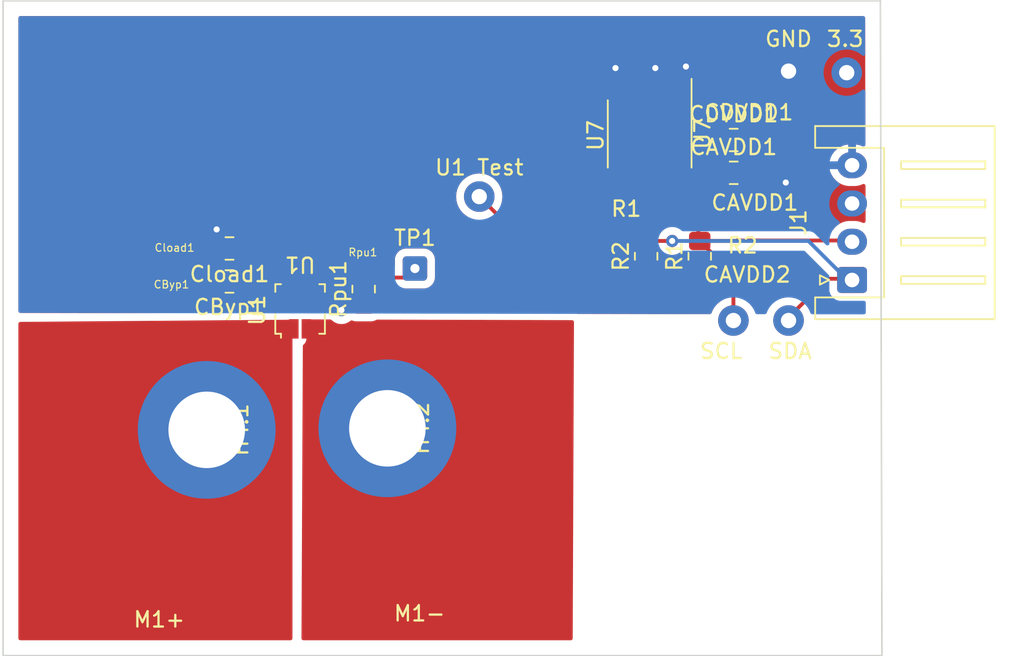
<source format=kicad_pcb>
(kicad_pcb (version 20211014) (generator pcbnew)
  (layers (0 "F.Cu" signal) (31 "B.Cu" signal) (34 "B.Paste" user) (35 "F.Paste" user) (36 "B.SilkS" user "B.Silkscreen") (37 "F.SilkS" user "F.Silkscreen") (38 "B.Mask" user) (39 "F.Mask" user) (44 "Edge.Cuts" user))
  (net 0 "")
  (net 1 "+3.3V")
  (net 2 "Earth")
  (net 3 "Net-(U7-Pad11)")
  (net 4 "/M1-")
  (net 5 "Net-(Rpu1-Pad2)")
  (net 10 "Net-(J1-Pad1)")
  (net 11 "Net-(J1-Pad2)")
  (net 13 "/M1+")
  (footprint "Package_SO:TSSOP-16_4.4x5mm_P0.65mm" (layer "F.Cu") (at 227.33 52.705 -90)
    (fp_text reference "U7" (at 0 -3.45 -270) (layer "F.SilkS"))
    (fp_text value "ADS1119IPWR")
    (fp_line (start 0 2.735) (end -2.2 2.735) (layer "F.SilkS") (width 0.12))
    (fp_line (start 0 -2.735) (end 2.2 -2.735) (layer "F.SilkS") (width 0.12))
    (fp_line (start 0 2.735) (end 2.2 2.735) (layer "F.SilkS") (width 0.12))
    (fp_line (start 0 -2.735) (end -3.6 -2.735) (layer "F.SilkS") (width 0.12))
    (pad "1" smd roundrect (at -2.8625 -2.275 270) (size 1.475 0.4) (layers "F.Cu" "F.Paste" "F.Mask") (net 2 "Earth"))
    (pad "2" smd roundrect (at -2.8625 -1.625 270) (size 1.475 0.4) (layers "F.Cu" "F.Paste" "F.Mask") (net 2 "Earth"))
    (pad "3" smd roundrect (at -2.8625 -0.975 270) (size 1.475 0.4) (layers "F.Cu" "F.Paste" "F.Mask") (net 1 "+3.3V"))
    (pad "4" smd roundrect (at -2.8625 -0.325 270) (size 1.475 0.4) (layers "F.Cu" "F.Paste" "F.Mask") (net 2 "Earth"))
    (pad "5" smd roundrect (at -2.8625 0.325 270) (size 1.475 0.4) (layers "F.Cu" "F.Paste" "F.Mask") (net 2 "Earth"))
    (pad "6" smd roundrect (at -2.8625 0.975 270) (size 1.475 0.4) (layers "F.Cu" "F.Paste" "F.Mask"))
    (pad "7" smd roundrect (at -2.8625 1.625 270) (size 1.475 0.4) (layers "F.Cu" "F.Paste" "F.Mask"))
    (pad "8" smd roundrect (at -2.8625 2.275 270) (size 1.475 0.4) (layers "F.Cu" "F.Paste" "F.Mask") (net 2 "Earth"))
    (pad "9" smd roundrect (at 2.8625 2.275 270) (size 1.475 0.4) (layers "F.Cu" "F.Paste" "F.Mask") (net 1 "+3.3V"))
    (pad "10" smd roundrect (at 2.8625 1.625 270) (size 1.475 0.4) (layers "F.Cu" "F.Paste" "F.Mask"))
    (pad "11" smd roundrect (at 2.8625 0.975 270) (size 1.475 0.4) (layers "F.Cu" "F.Paste" "F.Mask") (net 3 "Net-(U7-Pad11)"))
    (pad "12" smd roundrect (at 2.8625 0.325 270) (size 1.475 0.4) (layers "F.Cu" "F.Paste" "F.Mask") (net 1 "+3.3V"))
    (pad "13" smd roundrect (at 2.8625 -0.325 270) (size 1.475 0.4) (layers "F.Cu" "F.Paste" "F.Mask") (net 1 "+3.3V"))
    (pad "14" smd roundrect (at 2.8625 -0.975 270) (size 1.475 0.4) (layers "F.Cu" "F.Paste" "F.Mask"))
    (pad "15" smd roundrect (at 2.8625 -1.625 270) (size 1.475 0.4) (layers "F.Cu" "F.Paste" "F.Mask") (net 10 "Net-(J1-Pad1)"))
    (pad "16" smd roundrect (at 2.8625 -2.275 270) (size 1.475 0.4) (layers "F.Cu" "F.Paste" "F.Mask") (net 11 "Net-(J1-Pad2)"))
  )
  (footprint "Capacitor_SMD:C_0805_2012Metric_Pad1.18x1.45mm_HandSolder" (layer "F.Cu") (at 232.8175 53.1)
    (fp_text reference "CDVDD1" (at 0 -1.68) (layer "F.SilkS"))
    (fp_text value "0.1")
    (fp_line (start -0.261252 0.735) (end 0.261252 0.735) (layer "F.SilkS") (width 0.12))
    (fp_line (start -0.261252 -0.735) (end 0.261252 -0.735) (layer "F.SilkS") (width 0.12))
    (pad "1" smd roundrect (at -1.0375 0) (size 1.175 1.45) (layers "F.Cu" "F.Paste" "F.Mask") (roundrect_rratio 0.2127659574) (net 1 "+3.3V"))
    (pad "2" smd roundrect (at 1.0375 0) (size 1.175 1.45) (layers "F.Cu" "F.Paste" "F.Mask") (roundrect_rratio 0.2127659574) (net 2 "Earth"))
  )
  (footprint "Resistor_SMD:R_0805_2012Metric_Pad1.20x1.40mm_HandSolder" (layer "F.Cu") (at 230.6 60.7 90)
    (fp_text reference "R1" (at 0 -1.65 90) (layer "F.SilkS"))
    (fp_text value "4.7k")
    (fp_line (start -0.227064 -0.735) (end 0.227064 -0.735) (layer "F.SilkS") (width 0.12))
    (fp_line (start -0.227064 0.735) (end 0.227064 0.735) (layer "F.SilkS") (width 0.12))
    (pad "1" smd roundrect (at -1 0 90) (size 1.2 1.4) (layers "F.Cu" "F.Paste" "F.Mask") (roundrect_rratio 0.2083333333) (net 1 "+3.3V"))
    (pad "2" smd roundrect (at 1 0 90) (size 1.2 1.4) (layers "F.Cu" "F.Paste" "F.Mask") (roundrect_rratio 0.2083333333) (net 11 "Net-(J1-Pad2)"))
  )
  (footprint "Resistor_SMD:R_0805_2012Metric_Pad1.20x1.40mm_HandSolder" (layer "F.Cu") (at 208.65 62.8452 90)
    (fp_text reference "Rpu1" (at 0 -1.65 90) (layer "F.SilkS"))
    (fp_text value "4.7k")
    (fp_line (start -0.227064 0.735) (end 0.227064 0.735) (layer "F.SilkS") (width 0.12))
    (fp_line (start -0.227064 -0.735) (end 0.227064 -0.735) (layer "F.SilkS") (width 0.12))
    (pad "1" smd roundrect (at -1 0 90) (size 1.2 1.4) (layers "F.Cu" "F.Paste" "F.Mask") (roundrect_rratio 0.2083333333) (net 1 "+3.3V"))
    (pad "2" smd roundrect (at 1 0 90) (size 1.2 1.4) (layers "F.Cu" "F.Paste" "F.Mask") (roundrect_rratio 0.2083333333) (net 5 "Net-(Rpu1-Pad2)"))
  )
  (footprint "Connector_Wire:SolderWire-0.1sqmm_1x01_D0.4mm_OD1mm" (layer "F.Cu") (at 212 61.5)
    (fp_text reference "TP1" (at 0 -2) (layer "F.SilkS"))
    (fp_text value "Fault 1")
    (pad "1" thru_hole roundrect (at 0 0) (size 1.6 1.6) (drill 0.6) (layers *.Cu *.Mask) (roundrect_rratio 0.15625) (net 5 "Net-(Rpu1-Pad2)"))
  )
  (footprint "Capacitor_SMD:C_0805_2012Metric_Pad1.18x1.45mm_HandSolder" (layer "F.Cu") (at 232.8175 55.245)
    (fp_text reference "CAVDD1" (at 0 -1.68) (layer "F.SilkS"))
    (fp_text value "0.1")
    (fp_line (start -0.261252 -0.735) (end 0.261252 -0.735) (layer "F.SilkS") (width 0.12))
    (fp_line (start -0.261252 0.735) (end 0.261252 0.735) (layer "F.SilkS") (width 0.12))
    (pad "1" smd roundrect (at -1.0375 0) (size 1.175 1.45) (layers "F.Cu" "F.Paste" "F.Mask") (roundrect_rratio 0.2127659574) (net 1 "+3.3V"))
    (pad "2" smd roundrect (at 1.0375 0) (size 1.175 1.45) (layers "F.Cu" "F.Paste" "F.Mask") (roundrect_rratio 0.2127659574) (net 2 "Earth"))
  )
  (footprint "Resistor_SMD:R_0805_2012Metric_Pad1.20x1.40mm_HandSolder" (layer "F.Cu") (at 227.1 60.7 90)
    (fp_text reference "R2" (at 0 -1.65 90) (layer "F.SilkS"))
    (fp_text value "4.7k")
    (fp_line (start -0.227064 -0.735) (end 0.227064 -0.735) (layer "F.SilkS") (width 0.12))
    (fp_line (start -0.227064 0.735) (end 0.227064 0.735) (layer "F.SilkS") (width 0.12))
    (pad "1" smd roundrect (at -1 0 90) (size 1.2 1.4) (layers "F.Cu" "F.Paste" "F.Mask") (roundrect_rratio 0.2083333333) (net 1 "+3.3V"))
    (pad "2" smd roundrect (at 1 0 90) (size 1.2 1.4) (layers "F.Cu" "F.Paste" "F.Mask") (roundrect_rratio 0.2083333333) (net 10 "Net-(J1-Pad1)"))
  )
  (footprint "Sensor_Current:Allegro_QFN-12-10-1EP_3x3mm_P0.5mm" (layer "F.Cu") (at 204.5 64.2252 90)
    (fp_text reference "U1" (at 0 -2.8 90) (layer "F.SilkS"))
    (fp_text value "ACS711xEXLT-31AB")
    (fp_line (start 1.7 -1.62) (end 1.2 -1.62) (layer "F.SilkS") (width 0.12))
    (fp_line (start -1.54 1.25) (end -1.54 1.62) (layer "F.SilkS") (width 0.12))
    (fp_line (start 1.7 1.25) (end 1.7 1.62) (layer "F.SilkS") (width 0.12))
    (fp_line (start -1.54 -1.25) (end -1.8 -1.25) (layer "F.SilkS") (width 0.12))
    (fp_line (start 1.7 1.62) (end 1.2 1.62) (layer "F.SilkS") (width 0.12))
    (fp_line (start -1.54 -1.62) (end -1.54 -1.25) (layer "F.SilkS") (width 0.12))
    (fp_line (start 1.7 -1.62) (end 1.7 -1.25) (layer "F.SilkS") (width 0.12))
    (fp_line (start -1.54 -1.62) (end -0.25 -1.62) (layer "F.SilkS") (width 0.12))
    (fp_line (start -1.54 1.62) (end -0.25 1.62) (layer "F.SilkS") (width 0.12))
    (pad "1" smd rect (at -0.785 -0.7 135) (size 0.2828 0.2828) (layers "F.Cu" "F.Paste" "F.Mask") (net 13 "/M1+"))
    (pad "1" smd rect (at -0.685 -0.4 90) (size 0.2 0.6) (layers "F.Cu" "F.Paste" "F.Mask") (net 13 "/M1+"))
    (pad "1" smd rect (at -1.32 -0.5 90) (size 1.07 0.8) (layers "F.Cu" "F.Paste" "F.Mask") (net 13 "/M1+"))
    (pad "2" smd rect (at -0.785 0.7 135) (size 0.2828 0.2828) (layers "F.Cu" "F.Paste" "F.Mask") (net 4 "/M1-"))
    (pad "2" smd rect (at -0.685 0.4 90) (size 0.2 0.6) (layers "F.Cu" "F.Paste" "F.Mask") (net 4 "/M1-"))
    (pad "2" smd rect (at -1.32 0.5 90) (size 1.07 0.8) (layers "F.Cu" "F.Paste" "F.Mask") (net 4 "/M1-"))
    (pad "3" smd rect (at 0.23 1.45 90) (size 0.3 0.85) (layers "F.Cu" "F.Paste" "F.Mask") (net 2 "Earth"))
    (pad "4" smd rect (at 0.73 1.45 90) (size 0.3 0.85) (layers "F.Cu" "F.Paste" "F.Mask") (net 5 "Net-(Rpu1-Pad2)"))
    (pad "5" smd rect (at 1.43 0.75 90) (size 0.85 0.3) (layers "F.Cu" "F.Paste" "F.Mask"))
    (pad "6" smd rect (at 1.43 0.25 90) (size 0.85 0.3) (layers "F.Cu" "F.Paste" "F.Mask"))
    (pad "7" smd rect (at 1.43 -0.25 90) (size 0.85 0.3) (layers "F.Cu" "F.Paste" "F.Mask"))
    (pad "8" smd rect (at 1.43 -0.75 90) (size 0.85 0.3) (layers "F.Cu" "F.Paste" "F.Mask"))
    (pad "9" smd rect (at 0.73 -1.45 90) (size 0.3 0.85) (layers "F.Cu" "F.Paste" "F.Mask") (net 3 "Net-(U7-Pad11)"))
    (pad "10" smd rect (at 0.23 -1.45 90) (size 0.3 0.85) (layers "F.Cu" "F.Paste" "F.Mask") (net 1 "+3.3V"))
  )
  (footprint "Capacitor_SMD:C_0805_2012Metric_Pad1.18x1.45mm_HandSolder" (layer "F.Cu") (at 199.8875 60.1902 180)
    (fp_text reference "Cload1" (at 0 -1.68 180) (layer "F.SilkS"))
    (fp_text value "0.1")
    (fp_line (start -0.261252 -0.735) (end 0.261252 -0.735) (layer "F.SilkS") (width 0.12))
    (fp_line (start -0.261252 0.735) (end 0.261252 0.735) (layer "F.SilkS") (width 0.12))
    (pad "1" smd roundrect (at -1.0375 0 180) (size 1.175 1.45) (layers "F.Cu" "F.Paste" "F.Mask") (roundrect_rratio 0.2127659574) (net 3 "Net-(U7-Pad11)"))
    (pad "2" smd roundrect (at 1.0375 0 180) (size 1.175 1.45) (layers "F.Cu" "F.Paste" "F.Mask") (roundrect_rratio 0.2127659574) (net 2 "Earth"))
  )
  (footprint "Connector_Wire:SolderWire-0.25sqmm_1x01_D0.65mm_OD2mm" (layer "F.Cu") (at 198.4 72.0452 -90)
    (fp_text reference "H4.1" (at 0 -2.2 90) (layer "F.SilkS"))
    (fp_text value "I+ Pad")
    (pad "1" thru_hole circle (at 0 0 270) (size 9 9) (drill 5) (layers *.Cu *.Mask) (net 13 "/M1+"))
  )
  (footprint "Connector_JST:JST_XH_S4B-XH-A_1x04_P2.50mm_Horizontal" (layer "F.Cu") (at 240.55 62.25 90)
    (fp_text reference "J1" (at 3.75 -3.5 90) (layer "F.SilkS"))
    (fp_text value "Conn_01x04")
    (fp_line (start 2.75 3.2) (end 2.25 3.2) (layer "F.SilkS") (width 0.12))
    (fp_line (start 8.64 2.09) (end 3.75 2.09) (layer "F.SilkS") (width 0.12))
    (fp_line (start 10.06 -2.41) (end 8.64 -2.41) (layer "F.SilkS") (width 0.12))
    (fp_line (start 7.25 3.2) (end 7.25 8.7) (layer "F.SilkS") (width 0.12))
    (fp_line (start 3.75 9.31) (end -2.56 9.31) (layer "F.SilkS") (width 0.12))
    (fp_line (start 4.75 8.7) (end 5.25 8.7) (layer "F.SilkS") (width 0.12))
    (fp_line (start -0.3 -2.1) (end 0.3 -2.1) (layer "F.SilkS") (width 0.12))
    (fp_line (start -2.56 9.31) (end -2.56 -2.41) (layer "F.SilkS") (width 0.12))
    (fp_line (start -0.25 3.2) (end -0.25 8.7) (layer "F.SilkS") (width 0.12))
    (fp_line (start 2.75 8.7) (end 2.75 3.2) (layer "F.SilkS") (width 0.12))
    (fp_line (start 5.25 8.7) (end 5.25 3.2) (layer "F.SilkS") (width 0.12))
    (fp_line (start 4.75 3.2) (end 4.75 8.7) (layer "F.SilkS") (width 0.12))
    (fp_line (start 2.25 3.2) (end 2.25 8.7) (layer "F.SilkS") (width 0.12))
    (fp_line (start 0.25 3.2) (end -0.25 3.2) (layer "F.SilkS") (width 0.12))
    (fp_line (start -1.14 -2.41) (end -1.14 2.09) (layer "F.SilkS") (width 0.12))
    (fp_line (start -2.56 -2.41) (end -1.14 -2.41) (layer "F.SilkS") (width 0.12))
    (fp_line (start 5.25 3.2) (end 4.75 3.2) (layer "F.SilkS") (width 0.12))
    (fp_line (start 7.75 8.7) (end 7.75 3.2) (layer "F.SilkS") (width 0.12))
    (fp_line (start 8.64 -2.41) (end 8.64 2.09) (layer "F.SilkS") (width 0.12))
    (fp_line (start 2.25 8.7) (end 2.75 8.7) (layer "F.SilkS") (width 0.12))
    (fp_line (start 0.3 -2.1) (end 0 -1.5) (layer "F.SilkS") (width 0.12))
    (fp_line (start 3.75 9.31) (end 10.06 9.31) (layer "F.SilkS") (width 0.12))
    (fp_line (start 10.06 9.31) (end 10.06 -2.41) (layer "F.SilkS") (width 0.12))
    (fp_line (start 0 -1.5) (end -0.3 -2.1) (layer "F.SilkS") (width 0.12))
    (fp_line (start 7.75 3.2) (end 7.25 3.2) (layer "F.SilkS") (width 0.12))
    (fp_line (start -0.25 8.7) (end 0.25 8.7) (layer "F.SilkS") (width 0.12))
    (fp_line (start 7.25 8.7) (end 7.75 8.7) (layer "F.SilkS") (width 0.12))
    (fp_line (start -1.14 2.09) (end 3.75 2.09) (layer "F.SilkS") (width 0.12))
    (fp_line (start 0.25 8.7) (end 0.25 3.2) (layer "F.SilkS") (width 0.12))
    (pad "1" thru_hole roundrect (at 0 0 90) (size 1.7 1.95) (drill 0.95) (layers *.Cu *.Mask) (roundrect_rratio 0.1470588235) (net 10 "Net-(J1-Pad1)"))
    (pad "2" thru_hole oval (at 2.5 0 90) (size 1.7 1.95) (drill 0.95) (layers *.Cu *.Mask) (net 11 "Net-(J1-Pad2)"))
    (pad "3" thru_hole oval (at 5 0 90) (size 1.7 1.95) (drill 0.95) (layers *.Cu *.Mask) (net 1 "+3.3V"))
    (pad "4" thru_hole oval (at 7.5 0 90) (size 1.7 1.95) (drill 0.95) (layers *.Cu *.Mask) (net 2 "Earth"))
  )
  (footprint "Connector_Wire:SolderWire-0.25sqmm_1x01_D0.65mm_OD2mm" (layer "F.Cu") (at 210.2 71.9452 -90)
    (fp_text reference "H4.2" (at 0 -2.2 90) (layer "F.SilkS"))
    (fp_text value "I- Pad")
    (pad "1" thru_hole circle (at 0 0 270) (size 9 9) (drill 5) (layers *.Cu *.Mask) (net 4 "/M1-"))
  )
  (footprint "Capacitor_SMD:C_0805_2012Metric_Pad1.18x1.45mm_HandSolder" (layer "F.Cu") (at 199.8875 62.3452 180)
    (fp_text reference "CByp1" (at 0 -1.68 180) (layer "F.SilkS"))
    (fp_text value "0.1")
    (fp_line (start -0.261252 0.735) (end 0.261252 0.735) (layer "F.SilkS") (width 0.12))
    (fp_line (start -0.261252 -0.735) (end 0.261252 -0.735) (layer "F.SilkS") (width 0.12))
    (pad "1" smd roundrect (at -1.0375 0 180) (size 1.175 1.45) (layers "F.Cu" "F.Paste" "F.Mask") (roundrect_rratio 0.2127659574) (net 1 "+3.3V"))
    (pad "2" smd roundrect (at 1.0375 0 180) (size 1.175 1.45) (layers "F.Cu" "F.Paste" "F.Mask") (roundrect_rratio 0.2127659574) (net 2 "Earth"))
  )
  (gr_line (start 242.4 44) (end 242.5 86.8) (layer "Edge.Cuts") (width 0.1))
  (gr_line (start 242.5 86.8) (end 185.1 86.8) (layer "Edge.Cuts") (width 0.1))
  (gr_line (start 185.1 86.8) (end 185.1 44) (layer "Edge.Cuts") (width 0.1))
  (gr_line (start 185.1 44) (end 242.4 44) (layer "Edge.Cuts") (width 0.1))
  (gr_text "R2" (at 233.4 60) (layer "F.SilkS") (effects (font (size 1 1))))
  (gr_text "GND\n" (at 236.4 46.5) (layer "F.SilkS") (effects (font (size 1 1))))
  (gr_text "R1" (at 225.8 57.6) (layer "F.SilkS") (effects (font (size 1 1))))
  (gr_text "Rpu1" (at 208.6 60.4452) (layer "F.SilkS") (effects (font (size 0.5 0.5) (thickness 0.075))))
  (gr_text "Cload1" (at 196.3 60.1452) (layer "F.SilkS") (effects (font (size 0.5 0.5) (thickness 0.075))))
  (gr_text "U1" (at 204.5 61.2452 180) (layer "F.SilkS") (effects (font (size 1 1))))
  (gr_text "SDA" (at 236.5 66.9) (layer "F.SilkS") (effects (font (size 1 1))))
  (gr_text "M1+" (at 195.3 84.4452) (layer "F.SilkS") (effects (font (size 1 1))))
  (gr_text "3.3" (at 240.1 46.5) (layer "F.SilkS") (effects (font (size 1 1))))
  (gr_text "CByp1" (at 196.1 62.5452) (layer "F.SilkS") (effects (font (size 0.5 0.5) (thickness 0.075))))
  (gr_text "SCL" (at 232 66.9) (layer "F.SilkS") (effects (font (size 1 1))))
  (gr_text "U1 Test" (at 216.2 54.9) (layer "F.SilkS") (effects (font (size 1 1))))
  (gr_text "M1-" (at 212.3 84.0452) (layer "F.SilkS") (effects (font (size 1 1))))
  (gr_text "CDVDD1" (at 233.8 51.3) (layer "F.SilkS") (effects (font (size 1 1))))
  (gr_text "CAVDD2" (at 233.7 61.9) (layer "F.SilkS") (effects (font (size 1 1))))
  (gr_text "U7" (at 223.8 52.8 90) (layer "F.SilkS") (effects (font (size 1 1))))
  (gr_text "CAVDD1" (at 234.2 57.2) (layer "F.SilkS") (effects (font (size 1 1))))
  (segment (start 231.955 55.245) (end 231.955 55.425) (width 0.2) (layer "F.Cu") (net 1))
  (segment (start 233.78 57.25) (end 240.55 57.25) (width 0.2) (layer "F.Cu") (net 1))
  (segment (start 228.305 49.8425) (end 228.305 51.595) (width 0.25) (layer "F.Cu") (net 1))
  (segment (start 231.955 53.34) (end 231.955 55.245) (width 0.25) (layer "F.Cu") (net 1))
  (segment (start 202.325 63.9952) (end 203.05 63.9952) (width 0.25) (layer "F.Cu") (net 1))
  (segment (start 228.305 51.595) (end 228.2 51.7) (width 0.25) (layer "F.Cu") (net 1))
  (segment (start 231.955 55.425) (end 233.78 57.25) (width 0.2) (layer "F.Cu") (net 1))
  (segment (start 200.75 62.4202) (end 202.325 63.9952) (width 0.25) (layer "F.Cu") (net 1))
  (via (at 240.2 48.7) (size 2) (drill 1) (layers "F.Cu" "B.Cu") (net 1))
  (segment (start 199.025 60.1902) (end 199.025 58.6927) (width 0.2) (layer "F.Cu") (net 2))
  (segment (start 228.955 49.8425) (end 228.955 49.045) (width 0.25) (layer "F.Cu") (net 2))
  (segment (start 228.955 49.045) (end 229.7 48.3) (width 0.25) (layer "F.Cu") (net 2))
  (segment (start 206.9755 63.9952) (end 205.95 63.9952) (width 0.25) (layer "F.Cu") (net 2))
  (segment (start 234.315 55.88) (end 233.68 55.245) (width 0.25) (layer "F.Cu") (net 2))
  (segment (start 225.055 49.8425) (end 225.055 48.445) (width 0.25) (layer "F.Cu") (net 2))
  (segment (start 240.39 54.67) (end 237.43 54.67) (width 0.25) (layer "F.Cu") (net 2))
  (segment (start 236.22 55.88) (end 234.315 55.88) (width 0.25) (layer "F.Cu") (net 2))
  (segment (start 227.005 49.095) (end 227.7 48.4) (width 0.25) (layer "F.Cu") (net 2))
  (segment (start 199.025 60.1902) (end 199.025 62.0952) (width 0.2) (layer "F.Cu") (net 2))
  (segment (start 229.605 48.395) (end 229.7 48.3) (width 0.25) (layer "F.Cu") (net 2))
  (segment (start 229.605 49.8425) (end 229.605 48.395) (width 0.25) (layer "F.Cu") (net 2))
  (segment (start 233.68 53.34) (end 233.68 55.245) (width 0.25) (layer "F.Cu") (net 2))
  (segment (start 225.055 48.445) (end 225.1 48.4) (width 0.25) (layer "F.Cu") (net 2))
  (segment (start 237.43 54.67) (end 236.22 55.88) (width 0.25) (layer "F.Cu") (net 2))
  (segment (start 227.005 49.8425) (end 227.005 49.095) (width 0.25) (layer "F.Cu") (net 2))
  (segment (start 227.655 48.445) (end 227.655 49.8425) (width 0.25) (layer "F.Cu") (net 2))
  (segment (start 227.7 48.4) (end 227.655 48.445) (width 0.25) (layer "F.Cu") (net 2))
  (segment (start 207.2 64.2197) (end 206.9755 63.9952) (width 0.25) (layer "F.Cu") (net 2))
  (via (at 236.4 48.6) (size 2) (drill 1) (layers "F.Cu" "B.Cu") (net 2))
  (via (at 207.2 64.2197) (size 0.8) (drill 0.4) (layers "F.Cu" "B.Cu") (net 2))
  (via (at 236.22 55.88) (size 0.8) (drill 0.4) (layers "F.Cu" "B.Cu") (net 2))
  (via (at 227.7 48.4) (size 0.8) (drill 0.4) (layers "F.Cu" "B.Cu") (net 2))
  (via (at 199.05 58.9452) (size 0.8) (drill 0.4) (layers "F.Cu" "B.Cu") (net 2))
  (via (at 229.7 48.3) (size 0.8) (drill 0.4) (layers "F.Cu" "B.Cu") (net 2))
  (via (at 225.1 48.4) (size 0.8) (drill 0.4) (layers "F.Cu" "B.Cu") (net 2))
  (segment (start 202.6 63.4952) (end 202.05 62.9452) (width 0.25) (layer "F.Cu") (net 3))
  (segment (start 226.355 56.645) (end 226.355 55.5675) (width 0.25) (layer "F.Cu") (net 3))
  (segment (start 224.05 58.95) (end 226.355 56.645) (width 0.25) (layer "F.Cu") (net 3))
  (segment (start 200.925 60.1902) (end 202.1652 58.95) (width 0.25) (layer "F.Cu") (net 3))
  (segment (start 218.65 58.95) (end 218.35 58.95) (width 0.25) (layer "F.Cu") (net 3))
  (segment (start 218.65 58.95) (end 224.05 58.95) (width 0.25) (layer "F.Cu") (net 3))
  (segment (start 203.05 63.4952) (end 202.6 63.4952) (width 0.25) (layer "F.Cu") (net 3))
  (segment (start 218.25 58.95) (end 218.65 58.95) (width 0.25) (layer "F.Cu") (net 3))
  (segment (start 202.05 61.4902) (end 200.75 60.1902) (width 0.25) (layer "F.Cu") (net 3))
  (segment (start 202.05 62.9452) (end 202.05 61.4902) (width 0.25) (layer "F.Cu") (net 3))
  (segment (start 202.1652 58.95) (end 218.25 58.95) (width 0.25) (layer "F.Cu") (net 3))
  (segment (start 218.35 58.95) (end 216.2 56.8) (width 0.25) (layer "F.Cu") (net 3))
  (via (at 216.2 56.8) (size 2) (drill 1) (layers "F.Cu" "B.Cu") (net 3))
  (segment (start 211.4073 62.0927) (end 212 61.5) (width 0.25) (layer "F.Cu") (net 5))
  (segment (start 206.2048 63.4952) (end 207.8548 61.8452) (width 0.25) (layer "F.Cu") (net 5))
  (segment (start 207.8548 61.8452) (end 208.65 61.8452) (width 0.25) (layer "F.Cu") (net 5))
  (segment (start 205.95 63.4952) (end 206.2048 63.4952) (width 0.25) (layer "F.Cu") (net 5))
  (segment (start 208.65 62.0927) (end 211.4073 62.0927) (width 0.25) (layer "F.Cu") (net 5))
  (segment (start 238.93 62.17) (end 240.39 62.17) (width 0.25) (layer "F.Cu") (net 10))
  (segment (start 236.4 64.7) (end 236.4 64.9) (width 0.25) (layer "F.Cu") (net 10))
  (segment (start 228.955 57.845) (end 227.1 59.7) (width 0.25) (layer "F.Cu") (net 10))
  (segment (start 238.93 62.17) (end 236.4 64.7) (width 0.25) (layer "F.Cu") (net 10))
  (segment (start 228.8 59.7) (end 227.1 59.7) (width 0.25) (layer "F.Cu") (net 10))
  (segment (start 228.955 55.5675) (end 228.955 57.845) (width 0.25) (layer "F.Cu") (net 10))
  (via (at 236.4 64.9) (size 2) (drill 1) (layers "F.Cu" "B.Cu") (net 10))
  (via (at 228.8 59.7) (size 0.8) (drill 0.4) (layers "F.Cu" "B.Cu") (net 10))
  (segment (start 240.25 62.25) (end 240.55 62.25) (width 0.25) (layer "B.Cu") (net 10))
  (segment (start 237.7 59.7) (end 240.25 62.25) (width 0.25) (layer "B.Cu") (net 10))
  (segment (start 228.8 59.7) (end 237.7 59.7) (width 0.25) (layer "B.Cu") (net 10))
  (segment (start 234.335 59.67) (end 234.53 59.67) (width 0.25) (layer "F.Cu") (net 11))
  (segment (start 234.53 59.67) (end 240.39 59.67) (width 0.25) (layer "F.Cu") (net 11))
  (segment (start 232.8 64.9) (end 232.8 61.9) (width 0.25) (layer "F.Cu") (net 11))
  (segment (start 229.605 55.5675) (end 230.505 56.4675) (width 0.25) (layer "F.Cu") (net 11))
  (segment (start 230.6 59.7) (end 232.995 59.7) (width 0.25) (layer "F.Cu") (net 11))
  (segment (start 232.8 61.9) (end 230.6 59.7) (width 0.25) (layer "F.Cu") (net 11))
  (segment (start 232.995 59.7) (end 233.025 59.67) (width 0.25) (layer "F.Cu") (net 11))
  (segment (start 230.505 59.605) (end 230.6 59.7) (width 0.25) (layer "F.Cu") (net 11))
  (segment (start 230.505 56.4675) (end 230.505 59.605) (width 0.25) (layer "F.Cu") (net 11))
  (segment (start 233.025 59.67) (end 234.335 59.67) (width 0.25) (layer "F.Cu") (net 11))
  (via (at 232.8 64.9) (size 2) (drill 1) (layers "F.Cu" "B.Cu") (net 11))
  (zone (net 1) (net_name "+3.3V") (layer "F.Cu") (connect_pads yes (clearance 0.508)) (min_thickness 0.254) (fill yes (thermal_gap 0.508) (thermal_bridge_width 0.508))
    (polygon (pts (xy 242.2 64.5) (xy 185.1 64.4) (xy 185.1 44.1) (xy 242.3 44)))
  )
  (zone (net 13) (net_name "/M1+") (layer "F.Cu") (priority 1) (connect_pads yes (clearance 0.508)) (min_thickness 0.254) (fill yes (thermal_gap 0.508) (thermal_bridge_width 0.508))
    (polygon (pts (xy 204 64.8452) (xy 204 86.7) (xy 184.9 86.8) (xy 184.9 65)))
  )
  (zone (net 4) (net_name "/M1-") (layer "F.Cu") (priority 1) (connect_pads yes (clearance 0.508)) (min_thickness 0.254) (fill yes (thermal_gap 0.508) (thermal_bridge_width 0.508))
    (polygon (pts (xy 222.386366 64.875529) (xy 222.3 86.7) (xy 204.586366 86.7) (xy 204.686366 64.825529)))
  )
  (zone (net 2) (net_name "Earth") (layer "B.Cu") (connect_pads (clearance 0.508)) (min_thickness 0.254) (fill yes (thermal_gap 0.508) (thermal_bridge_width 0.508))
    (polygon (pts (xy 242.2 64.5) (xy 185.2 64.4) (xy 185.1 44) (xy 242.3 44)))
  )
)
</source>
